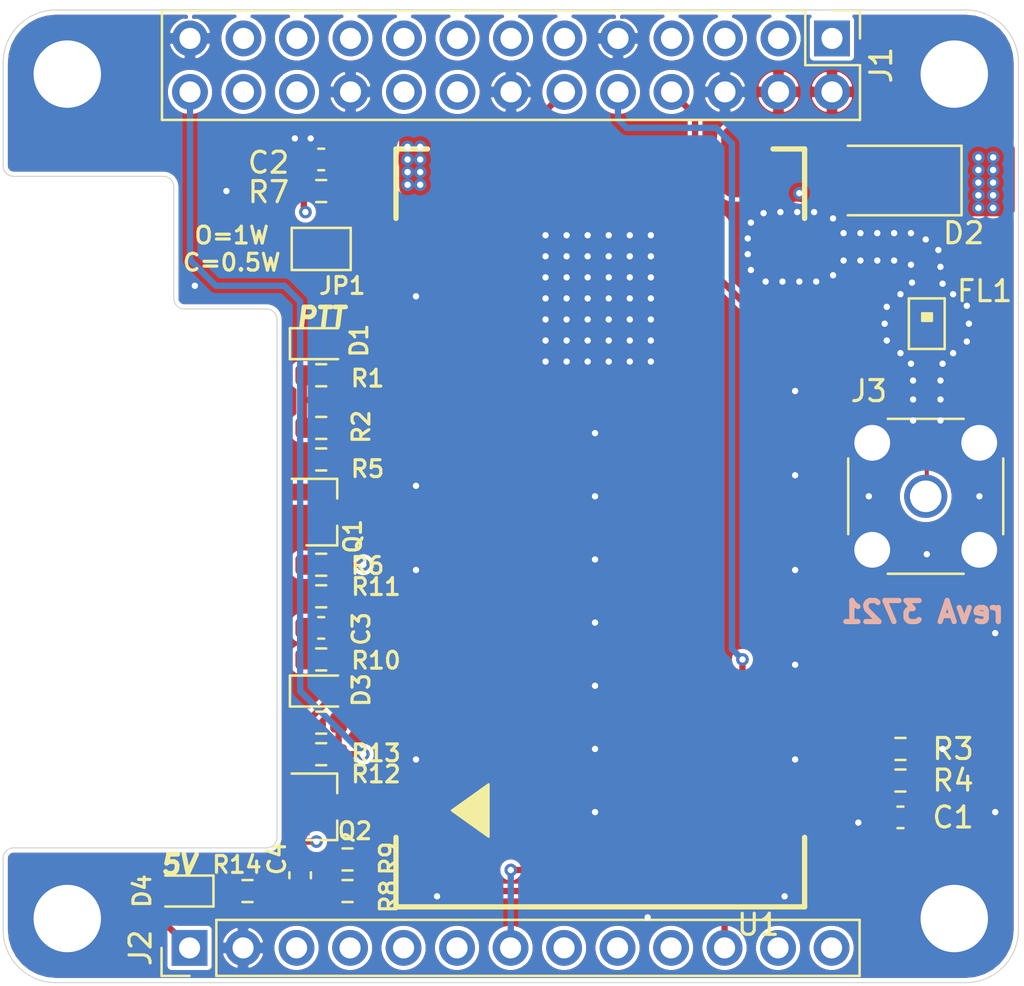
<source format=kicad_pcb>
(kicad_pcb (version 20171130) (host pcbnew "(5.1.8)-1")
  (layers (0 F.Cu signal) (1 GND.Cu power) (2 PWR.Cu power) (31 B.Cu signal) (34 B.Paste user) (35 F.Paste user) (36 B.SilkS user) (37 F.SilkS user) (38 B.Mask user) (39 F.Mask user) (44 Edge.Cuts user))
  (net 0 "")
  (net 1 LINEOUT_R)
  (net 2 "Net-(C1-Pad1)")
  (net 3 GND)
  (net 4 "Net-(C2-Pad1)")
  (net 5 "Net-(C3-Pad2)")
  (net 6 "Net-(C3-Pad1)")
  (net 7 +3V3)
  (net 8 "Net-(D1-Pad2)")
  (net 9 +5V)
  (net 10 "Net-(D3-Pad2)")
  (net 11 "Net-(D4-Pad1)")
  (net 12 GPIO_10)
  (net 13 /GPIO_13)
  (net 14 /GPIO_14)
  (net 15 /GPIO_2)
  (net 16 /GPIO_16)
  (net 17 /GPIO_15)
  (net 18 /GPIO_18)
  (net 19 /GPIO_19)
  (net 20 /GPIO_3)
  (net 21 /GPIO_0)
  (net 22 GPIO_7)
  (net 23 /GPIO_1)
  (net 24 UART_RX)
  (net 25 UART_TX)
  (net 26 /GPIO_6)
  (net 27 /GPIO_11)
  (net 28 /GPIO_12)
  (net 29 /CIR_RX)
  (net 30 /MIC1N)
  (net 31 MIC1P)
  (net 32 /MIC_BIAS)
  (net 33 /TV_OUT)
  (net 34 /LINEOUT_L)
  (net 35 /USB_DP3)
  (net 36 /USB_DM3)
  (net 37 /USB_DP2)
  (net 38 /USB_DM2)
  (net 39 "Net-(JP1-Pad1)")
  (net 40 "Net-(Q1-Pad1)")
  (net 41 "Net-(R4-Pad1)")
  (net 42 "Net-(Q1-Pad3)")
  (net 43 "Net-(R7-Pad2)")
  (net 44 "Net-(Q2-Pad1)")
  (net 45 "Net-(R8-Pad1)")
  (net 46 "Net-(FL1-Pad6)")
  (net 47 "Net-(FL1-Pad2)")
  (net 48 /RF_OUT)
  (net 49 /ANT)
  (module Voltlog:voltlog_mask_3mm (layer F.Cu) (at 202.5 62.5)
    (fp_text reference V1 hide)
    (fp_text value VOLTLOG_LOGO hide)
  )
  (module Voltlog:SA818 (layer F.Cu) (at 187.25 58.5 270)
    (fp_text reference U1 (at 18.85 -7.5) (layer F.SilkS))
    (fp_text value SA818)
    (pad 19 smd rect (at -10.9 0.1) (size 7 8) (layers F.Cu F.Mask) (net 3 GND))
    (pad 8 smd roundrect (at -17.4 6.84) (size 2.2 3.4) (layers F.Cu F.Paste F.Mask) (net 4 "Net-(C2-Pad1)"))
    (pad 9 smd roundrect (at -17.4 2.24) (size 2.2 3.4) (layers F.Cu F.Paste F.Mask) (net 3 GND))
    (pad 10 smd roundrect (at -17.4 -2.24) (size 2.2 3.4) (layers F.Cu F.Paste F.Mask) (net 3 GND))
    (pad 11 smd roundrect (at -17.4 -6.84) (size 2.2 3.4) (layers F.Cu F.Paste F.Mask))
    (pad 1 smd roundrect (at 13.35 9.1 270) (size 2.2 3.4) (layers F.Cu F.Paste F.Mask) (net 45 "Net-(R8-Pad1)"))
    (pad 2 smd roundrect (at 8.9 9.1 270) (size 2.2 3.4) (layers F.Cu F.Paste F.Mask))
    (pad 3 smd roundrect (at 4.45 9.1 270) (size 2.2 3.4) (layers F.Cu F.Paste F.Mask) (net 5 "Net-(C3-Pad2)"))
    (pad 4 smd roundrect (at 0 9.2 270) (size 2.2 3.4) (layers F.Cu F.Paste F.Mask))
    (pad 5 smd roundrect (at -4.45 9.1 270) (size 2.2 3.4) (layers F.Cu F.Paste F.Mask) (net 42 "Net-(Q1-Pad3)"))
    (pad 6 smd roundrect (at -8.9 9.1 270) (size 2.2 3.4) (layers F.Cu F.Paste F.Mask) (net 43 "Net-(R7-Pad2)"))
    (pad 7 smd roundrect (at -13.35 9.1 270) (size 2.2 3.4) (layers F.Cu F.Paste F.Mask) (net 39 "Net-(JP1-Pad1)"))
    (pad 12 smd roundrect (at -13.35 -9.2 270) (size 2.2 3.4) (layers F.Cu F.Paste F.Mask) (net 48 /RF_OUT))
    (pad 13 smd roundrect (at -8.9 -9.2 270) (size 2.2 3.4) (layers F.Cu F.Paste F.Mask))
    (pad 14 smd roundrect (at -4.45 -9.2 270) (size 2.2 3.4) (layers F.Cu F.Paste F.Mask))
    (pad 18 smd roundrect (at 13.35 -9.2 270) (size 2.2 3.4) (layers F.Cu F.Paste F.Mask) (net 41 "Net-(R4-Pad1)"))
    (pad 17 smd roundrect (at 8.9 -9.2 270) (size 2.2 3.4) (layers F.Cu F.Paste F.Mask) (net 24 UART_RX))
    (pad 16 smd roundrect (at 4.45 -9.2 270) (size 2.2 3.4) (layers F.Cu F.Paste F.Mask) (net 25 UART_TX))
    (pad 15 smd roundrect (at 0 -9.2 270) (size 2.2 3.4) (layers F.Cu F.Paste F.Mask))
  )
  (module Package_TO_SOT_SMD:SOT-23 (layer F.Cu) (at 174 71.75)
    (fp_text reference Q2 (at 1.6 1.15 180) (layer F.SilkS) (effects (font (size 0.8 0.8))))
    (fp_text value Q_PNP_BEC)
    (pad 3 smd rect (at 1 0) (size 0.9 0.8) (layers F.Cu F.Paste F.Mask) (net 12 GPIO_10))
    (pad 2 smd rect (at -1 0.95) (size 0.9 0.8) (layers F.Cu F.Paste F.Mask) (net 7 +3V3))
    (pad 1 smd rect (at -1 -0.95) (size 0.9 0.8) (layers F.Cu F.Paste F.Mask) (net 44 "Net-(Q2-Pad1)"))
  )
  (module Package_TO_SOT_SMD:SOT-23 (layer F.Cu) (at 174 57.75)
    (fp_text reference Q1 (at 1.5 1.15 270) (layer F.SilkS) (effects (font (size 0.8 0.8))))
    (fp_text value Q_NPN_BEC)
    (pad 3 smd rect (at 1 0) (size 0.9 0.8) (layers F.Cu F.Paste F.Mask) (net 42 "Net-(Q1-Pad3)"))
    (pad 2 smd rect (at -1 0.95) (size 0.9 0.8) (layers F.Cu F.Paste F.Mask) (net 3 GND))
    (pad 1 smd rect (at -1 -0.95) (size 0.9 0.8) (layers F.Cu F.Paste F.Mask) (net 40 "Net-(Q1-Pad1)"))
  )
  (module Voltlog:0500LP15A500 (layer F.Cu) (at 202.75 48.8 90)
    (fp_text reference FL1 (at 1.55 2.75 180) (layer F.SilkS))
    (fp_text value 0500LP15A500E)
    (pad 8 smd rect (at 1.15 0 180) (size 0.35 1) (layers F.Cu F.Paste F.Mask) (net 48 /RF_OUT))
    (pad 4 smd rect (at -1.15 0 180) (size 0.35 1) (layers F.Cu F.Paste F.Mask) (net 49 /ANT))
    (pad 5 smd rect (at -0.65 0.9 90) (size 0.35 1) (layers F.Cu F.Paste F.Mask) (net 3 GND))
    (pad 3 smd rect (at -0.65 -0.9 90) (size 0.35 1) (layers F.Cu F.Paste F.Mask) (net 3 GND))
    (pad 7 smd rect (at 0.65 0.9 90) (size 0.35 1) (layers F.Cu F.Paste F.Mask) (net 3 GND))
    (pad 1 smd rect (at 0.65 -0.9 90) (size 0.35 1) (layers F.Cu F.Paste F.Mask) (net 3 GND))
    (pad 6 smd rect (at 0 0.9 90) (size 0.35 1) (layers F.Cu F.Paste F.Mask) (net 46 "Net-(FL1-Pad6)"))
    (pad 2 smd rect (at 0 -0.9 90) (size 0.35 1) (layers F.Cu F.Paste F.Mask) (net 47 "Net-(FL1-Pad2)"))
  )
  (module MountingHole:MountingHole_3.2mm_M3_ISO14580_Pad (layer F.Cu) (at 204.055501 36.944588)
    (fp_text reference H4 hide)
    (fp_text value MountHole)
    (pad 1 thru_hole circle (at 0 0) (size 5.5 5.5) (drill 3.2) (layers *.Cu *.Mask) (net 3 GND))
  )
  (module MountingHole:MountingHole_3.2mm_M3_ISO14580_Pad (layer F.Cu) (at 204.055501 77.055505)
    (fp_text reference H3 hide)
    (fp_text value MountHole)
    (pad 1 thru_hole circle (at 0 0) (size 5.5 5.5) (drill 3.2) (layers *.Cu *.Mask) (net 3 GND))
  )
  (module MountingHole:MountingHole_3.2mm_M3_ISO14580_Pad (layer F.Cu) (at 161.944587 36.944588)
    (fp_text reference H2 hide)
    (fp_text value MountHole)
    (pad 1 thru_hole circle (at 0 0) (size 5.5 5.5) (drill 3.2) (layers *.Cu *.Mask) (net 3 GND))
  )
  (module MountingHole:MountingHole_3.2mm_M3_ISO14580_Pad (layer F.Cu) (at 161.944587 77.055505)
    (fp_text reference H1 hide)
    (fp_text value MountHole)
    (pad 1 thru_hole circle (at 0 0) (size 5.5 5.5) (drill 3.2) (layers *.Cu *.Mask) (net 3 GND))
  )
  (module Connector_Coaxial:SMA_Amphenol_132134_Vertical (layer F.Cu) (at 202.7 57)
    (fp_text reference J3 (at -2.7 -5) (layer F.SilkS))
    (fp_text value Conn_Coaxial)
    (pad 2 thru_hole circle (at -2.54 2.54) (size 2.25 2.25) (drill 1.7) (layers *.Cu *.Mask) (net 3 GND))
    (pad 2 thru_hole circle (at -2.54 -2.54) (size 2.25 2.25) (drill 1.7) (layers *.Cu *.Mask) (net 3 GND))
    (pad 2 thru_hole circle (at 2.54 -2.54) (size 2.25 2.25) (drill 1.7) (layers *.Cu *.Mask) (net 3 GND))
    (pad 2 thru_hole circle (at 2.54 2.54) (size 2.25 2.25) (drill 1.7) (layers *.Cu *.Mask) (net 3 GND))
    (pad 1 thru_hole circle (at 0 0) (size 2.05 2.05) (drill 1.5) (layers *.Cu *.Mask) (net 49 /ANT))
  )
  (module Fiducial:Fiducial_0.5mm_Mask1mm (layer F.Cu) (at 165 40.25)
    (fp_text reference FID3 hide)
    (fp_text value Fiducial)
    (pad "" smd circle (at 0 0) (size 0.5 0.5) (layers F.Cu F.Mask) (clearance 0.25))
  )
  (module Fiducial:Fiducial_0.5mm_Mask1mm (layer F.Cu) (at 200.85 34.85)
    (fp_text reference FID2 hide)
    (fp_text value Fiducial)
    (pad "" smd circle (at 0 0) (size 0.5 0.5) (layers F.Cu F.Mask) (clearance 0.25))
  )
  (module Fiducial:Fiducial_0.5mm_Mask1mm (layer F.Cu) (at 200 75.75)
    (fp_text reference FID1 hide)
    (fp_text value Fiducial)
    (pad "" smd circle (at 0 0) (size 0.5 0.5) (layers F.Cu F.Mask) (clearance 0.25))
  )
  (module Connector_PinHeader_2.54mm:PinHeader_2x13_P2.54mm_Vertical (layer F.Cu) (at 198.25 35.25 270)
    (fp_text reference J1 (at 1.27 -2.33 90) (layer F.SilkS))
    (fp_text value Conn_02x13_Odd_Even)
    (pad 26 thru_hole oval (at 2.54 30.48 270) (size 1.7 1.7) (drill 1) (layers *.Cu *.Mask) (net 12 GPIO_10))
    (pad 25 thru_hole oval (at 0 30.48 270) (size 1.7 1.7) (drill 1) (layers *.Cu *.Mask) (net 3 GND))
    (pad 24 thru_hole oval (at 2.54 27.94 270) (size 1.7 1.7) (drill 1) (layers *.Cu *.Mask) (net 13 /GPIO_13))
    (pad 23 thru_hole oval (at 0 27.94 270) (size 1.7 1.7) (drill 1) (layers *.Cu *.Mask) (net 14 /GPIO_14))
    (pad 22 thru_hole oval (at 2.54 25.4 270) (size 1.7 1.7) (drill 1) (layers *.Cu *.Mask) (net 15 /GPIO_2))
    (pad 21 thru_hole oval (at 0 25.4 270) (size 1.7 1.7) (drill 1) (layers *.Cu *.Mask) (net 16 /GPIO_16))
    (pad 20 thru_hole oval (at 2.54 22.86 270) (size 1.7 1.7) (drill 1) (layers *.Cu *.Mask) (net 3 GND))
    (pad 19 thru_hole oval (at 0 22.86 270) (size 1.7 1.7) (drill 1) (layers *.Cu *.Mask) (net 17 /GPIO_15))
    (pad 18 thru_hole oval (at 2.54 20.32 270) (size 1.7 1.7) (drill 1) (layers *.Cu *.Mask) (net 18 /GPIO_18))
    (pad 17 thru_hole oval (at 0 20.32 270) (size 1.7 1.7) (drill 1) (layers *.Cu *.Mask) (net 7 +3V3))
    (pad 16 thru_hole oval (at 2.54 17.78 270) (size 1.7 1.7) (drill 1) (layers *.Cu *.Mask) (net 19 /GPIO_19))
    (pad 15 thru_hole oval (at 0 17.78 270) (size 1.7 1.7) (drill 1) (layers *.Cu *.Mask) (net 20 /GPIO_3))
    (pad 14 thru_hole oval (at 2.54 15.24 270) (size 1.7 1.7) (drill 1) (layers *.Cu *.Mask) (net 3 GND))
    (pad 13 thru_hole oval (at 0 15.24 270) (size 1.7 1.7) (drill 1) (layers *.Cu *.Mask) (net 21 /GPIO_0))
    (pad 12 thru_hole oval (at 2.54 12.7 270) (size 1.7 1.7) (drill 1) (layers *.Cu *.Mask) (net 22 GPIO_7))
    (pad 11 thru_hole oval (at 0 12.7 270) (size 1.7 1.7) (drill 1) (layers *.Cu *.Mask) (net 23 /GPIO_1))
    (pad 10 thru_hole oval (at 2.54 10.16 270) (size 1.7 1.7) (drill 1) (layers *.Cu *.Mask) (net 24 UART_RX))
    (pad 9 thru_hole oval (at 0 10.16 270) (size 1.7 1.7) (drill 1) (layers *.Cu *.Mask) (net 3 GND))
    (pad 8 thru_hole oval (at 2.54 7.62 270) (size 1.7 1.7) (drill 1) (layers *.Cu *.Mask) (net 25 UART_TX))
    (pad 7 thru_hole oval (at 0 7.62 270) (size 1.7 1.7) (drill 1) (layers *.Cu *.Mask) (net 26 /GPIO_6))
    (pad 6 thru_hole oval (at 2.54 5.08 270) (size 1.7 1.7) (drill 1) (layers *.Cu *.Mask) (net 3 GND))
    (pad 5 thru_hole oval (at 0 5.08 270) (size 1.7 1.7) (drill 1) (layers *.Cu *.Mask) (net 27 /GPIO_11))
    (pad 4 thru_hole oval (at 2.54 2.54 270) (size 1.7 1.7) (drill 1) (layers *.Cu *.Mask) (net 9 +5V))
    (pad 3 thru_hole oval (at 0 2.54 270) (size 1.7 1.7) (drill 1) (layers *.Cu *.Mask) (net 28 /GPIO_12))
    (pad 2 thru_hole oval (at 2.54 0 270) (size 1.7 1.7) (drill 1) (layers *.Cu *.Mask) (net 9 +5V))
    (pad 1 thru_hole rect (at 0 0 270) (size 1.7 1.7) (drill 1) (layers *.Cu *.Mask) (net 7 +3V3))
  )
  (module Resistor_SMD:R_0603_1608Metric (layer F.Cu) (at 170.5 75.75)
    (fp_text reference R14 (at -0.5 -1.25) (layer F.SilkS) (effects (font (size 0.8 0.8))))
    (fp_text value 470R)
    (pad 2 smd roundrect (at 0.825 0) (size 0.8 0.95) (layers F.Cu F.Paste F.Mask) (net 3 GND))
    (pad 1 smd roundrect (at -0.825 0) (size 0.8 0.95) (layers F.Cu F.Paste F.Mask) (net 11 "Net-(D4-Pad1)"))
  )
  (module Resistor_SMD:R_0603_1608Metric (layer F.Cu) (at 174 67.75 180)
    (fp_text reference R13 (at -2.6 -1.45) (layer F.SilkS) (effects (font (size 0.8 0.8))))
    (fp_text value 330R)
    (pad 2 smd roundrect (at 0.825 0 180) (size 0.8 0.95) (layers F.Cu F.Paste F.Mask) (net 10 "Net-(D3-Pad2)"))
    (pad 1 smd roundrect (at -0.825 0 180) (size 0.8 0.95) (layers F.Cu F.Paste F.Mask) (net 12 GPIO_10))
  )
  (module Resistor_SMD:R_0603_1608Metric (layer F.Cu) (at 174 69.25 180)
    (fp_text reference R12 (at -2.6 -0.95) (layer F.SilkS) (effects (font (size 0.8 0.8))))
    (fp_text value 10K)
    (pad 2 smd roundrect (at 0.825 0 180) (size 0.8 0.95) (layers F.Cu F.Paste F.Mask) (net 3 GND))
    (pad 1 smd roundrect (at -0.825 0 180) (size 0.8 0.95) (layers F.Cu F.Paste F.Mask) (net 12 GPIO_10))
  )
  (module Resistor_SMD:R_0603_1608Metric (layer F.Cu) (at 174 61.75 180)
    (fp_text reference R11 (at -2.6 0.45 180) (layer F.SilkS) (effects (font (size 0.8 0.8))))
    (fp_text value 1K)
    (pad 2 smd roundrect (at 0.825 0 180) (size 0.8 0.95) (layers F.Cu F.Paste F.Mask) (net 3 GND))
    (pad 1 smd roundrect (at -0.825 0 180) (size 0.8 0.95) (layers F.Cu F.Paste F.Mask) (net 5 "Net-(C3-Pad2)"))
  )
  (module Resistor_SMD:R_0603_1608Metric (layer F.Cu) (at 174 64.75 180)
    (fp_text reference R10 (at -2.6 -0.05) (layer F.SilkS) (effects (font (size 0.8 0.8))))
    (fp_text value 2K2)
    (pad 2 smd roundrect (at 0.825 0 180) (size 0.8 0.95) (layers F.Cu F.Paste F.Mask) (net 6 "Net-(C3-Pad1)"))
    (pad 1 smd roundrect (at -0.825 0 180) (size 0.8 0.95) (layers F.Cu F.Paste F.Mask) (net 31 MIC1P))
  )
  (module Resistor_SMD:R_0603_1608Metric (layer F.Cu) (at 175.25 74.25)
    (fp_text reference R9 (at 1.95 -0.05 90) (layer F.SilkS) (effects (font (size 0.8 0.8))))
    (fp_text value 47K)
    (pad 2 smd roundrect (at 0.825 0) (size 0.8 0.95) (layers F.Cu F.Paste F.Mask) (net 12 GPIO_10))
    (pad 1 smd roundrect (at -0.825 0) (size 0.8 0.95) (layers F.Cu F.Paste F.Mask) (net 44 "Net-(Q2-Pad1)"))
  )
  (module Resistor_SMD:R_0603_1608Metric (layer F.Cu) (at 175.25 75.75 180)
    (fp_text reference R8 (at -1.95 -0.25 90) (layer F.SilkS) (effects (font (size 0.8 0.8))))
    (fp_text value 2K2)
    (pad 2 smd roundrect (at 0.825 0 180) (size 0.8 0.95) (layers F.Cu F.Paste F.Mask) (net 44 "Net-(Q2-Pad1)"))
    (pad 1 smd roundrect (at -0.825 0 180) (size 0.8 0.95) (layers F.Cu F.Paste F.Mask) (net 45 "Net-(R8-Pad1)"))
  )
  (module Resistor_SMD:R_0603_1608Metric (layer F.Cu) (at 174 42.5)
    (fp_text reference R7 (at -2.5 0.05) (layer F.SilkS))
    (fp_text value 10K)
    (pad 2 smd roundrect (at 0.825 0) (size 0.8 0.95) (layers F.Cu F.Paste F.Mask) (net 43 "Net-(R7-Pad2)"))
    (pad 1 smd roundrect (at -0.825 0) (size 0.8 0.95) (layers F.Cu F.Paste F.Mask) (net 9 +5V))
  )
  (module Resistor_SMD:R_0603_1608Metric (layer F.Cu) (at 174 60.25 180)
    (fp_text reference R6 (at -2.2 -0.05 180) (layer F.SilkS) (effects (font (size 0.8 0.8))))
    (fp_text value 4K7)
    (pad 2 smd roundrect (at 0.825 0 180) (size 0.8 0.95) (layers F.Cu F.Paste F.Mask) (net 42 "Net-(Q1-Pad3)"))
    (pad 1 smd roundrect (at -0.825 0 180) (size 0.8 0.95) (layers F.Cu F.Paste F.Mask) (net 9 +5V))
  )
  (module Resistor_SMD:R_0603_1608Metric (layer F.Cu) (at 174 55.25)
    (fp_text reference R5 (at 2.2 0.45 180) (layer F.SilkS) (effects (font (size 0.8 0.8))))
    (fp_text value 47K)
    (pad 2 smd roundrect (at 0.825 0) (size 0.8 0.95) (layers F.Cu F.Paste F.Mask) (net 40 "Net-(Q1-Pad1)"))
    (pad 1 smd roundrect (at -0.825 0) (size 0.8 0.95) (layers F.Cu F.Paste F.Mask) (net 3 GND))
  )
  (module Resistor_SMD:R_0603_1608Metric (layer F.Cu) (at 201.5 70.5)
    (fp_text reference R4 (at 2.5 0) (layer F.SilkS))
    (fp_text value 10K)
    (pad 2 smd roundrect (at 0.825 0) (size 0.8 0.95) (layers F.Cu F.Paste F.Mask) (net 2 "Net-(C1-Pad1)"))
    (pad 1 smd roundrect (at -0.825 0) (size 0.8 0.95) (layers F.Cu F.Paste F.Mask) (net 41 "Net-(R4-Pad1)"))
  )
  (module Resistor_SMD:R_0603_1608Metric (layer F.Cu) (at 201.5 69)
    (fp_text reference R3 (at 2.5 0) (layer F.SilkS))
    (fp_text value 1K)
    (pad 2 smd roundrect (at 0.825 0) (size 0.8 0.95) (layers F.Cu F.Paste F.Mask) (net 3 GND))
    (pad 1 smd roundrect (at -0.825 0) (size 0.8 0.95) (layers F.Cu F.Paste F.Mask) (net 2 "Net-(C1-Pad1)"))
  )
  (module Resistor_SMD:R_0603_1608Metric (layer F.Cu) (at 174 53.75 180)
    (fp_text reference R2 (at -1.9 0.05 90) (layer F.SilkS) (effects (font (size 0.8 0.8))))
    (fp_text value 2K2)
    (pad 2 smd roundrect (at 0.825 0 180) (size 0.8 0.95) (layers F.Cu F.Paste F.Mask) (net 22 GPIO_7))
    (pad 1 smd roundrect (at -0.825 0 180) (size 0.8 0.95) (layers F.Cu F.Paste F.Mask) (net 40 "Net-(Q1-Pad1)"))
  )
  (module Resistor_SMD:R_0603_1608Metric (layer F.Cu) (at 174 51.25)
    (fp_text reference R1 (at 2.2 0.15 180) (layer F.SilkS) (effects (font (size 0.8 0.8))))
    (fp_text value 330R)
    (pad 2 smd roundrect (at 0.825 0) (size 0.8 0.95) (layers F.Cu F.Paste F.Mask) (net 8 "Net-(D1-Pad2)"))
    (pad 1 smd roundrect (at -0.825 0) (size 0.8 0.95) (layers F.Cu F.Paste F.Mask) (net 22 GPIO_7))
  )
  (module Jumper:SolderJumper-2_P1.3mm_Open_TrianglePad1.0x1.5mm (layer F.Cu) (at 174 45.25 180)
    (fp_text reference JP1 (at -1 -1.75) (layer F.SilkS) (effects (font (size 0.8 0.8))))
    (fp_text value SolderJumper)
    (pad 1 smd custom (at -0.725 0 180) (size 0.3 0.3) (layers F.Cu F.Mask) (net 39 "Net-(JP1-Pad1)") (options (clearance outline) (anchor rect)) (primitives (gr_poly (pts (xy -0.5 -0.75) (xy 0.5 -0.75) (xy 1 0) (xy 0.5 0.75) (xy -0.5 0.75)) (width 0))))
    (pad 2 smd custom (at 0.725 0 180) (size 0.3 0.3) (layers F.Cu F.Mask) (net 3 GND) (options (clearance outline) (anchor rect)) (primitives (gr_poly (pts (xy -0.65 -0.75) (xy 0.5 -0.75) (xy 0.5 0.75) (xy -0.65 0.75) (xy -0.15 0)) (width 0))))
  )
  (module Connector_PinHeader_2.54mm:PinHeader_1x13_P2.54mm_Vertical (layer F.Cu) (at 167.75 78.45 90)
    (fp_text reference J2 (at 0 -2.33 90) (layer F.SilkS))
    (fp_text value Conn_01x13)
    (pad 13 thru_hole oval (at 0 30.48 90) (size 1.7 1.7) (drill 1) (layers *.Cu *.Mask) (net 29 /CIR_RX))
    (pad 12 thru_hole oval (at 0 27.94 90) (size 1.7 1.7) (drill 1) (layers *.Cu *.Mask) (net 30 /MIC1N))
    (pad 11 thru_hole oval (at 0 25.4 90) (size 1.7 1.7) (drill 1) (layers *.Cu *.Mask) (net 31 MIC1P))
    (pad 10 thru_hole oval (at 0 22.86 90) (size 1.7 1.7) (drill 1) (layers *.Cu *.Mask) (net 32 /MIC_BIAS))
    (pad 9 thru_hole oval (at 0 20.32 90) (size 1.7 1.7) (drill 1) (layers *.Cu *.Mask) (net 33 /TV_OUT))
    (pad 8 thru_hole oval (at 0 17.78 90) (size 1.7 1.7) (drill 1) (layers *.Cu *.Mask) (net 34 /LINEOUT_L))
    (pad 7 thru_hole oval (at 0 15.24 90) (size 1.7 1.7) (drill 1) (layers *.Cu *.Mask) (net 1 LINEOUT_R))
    (pad 6 thru_hole oval (at 0 12.7 90) (size 1.7 1.7) (drill 1) (layers *.Cu *.Mask) (net 35 /USB_DP3))
    (pad 5 thru_hole oval (at 0 10.16 90) (size 1.7 1.7) (drill 1) (layers *.Cu *.Mask) (net 36 /USB_DM3))
    (pad 4 thru_hole oval (at 0 7.62 90) (size 1.7 1.7) (drill 1) (layers *.Cu *.Mask) (net 37 /USB_DP2))
    (pad 3 thru_hole oval (at 0 5.08 90) (size 1.7 1.7) (drill 1) (layers *.Cu *.Mask) (net 38 /USB_DM2))
    (pad 2 thru_hole oval (at 0 2.54 90) (size 1.7 1.7) (drill 1) (layers *.Cu *.Mask) (net 3 GND))
    (pad 1 thru_hole rect (at 0 0 90) (size 1.7 1.7) (drill 1) (layers *.Cu *.Mask) (net 9 +5V))
  )
  (module LED_SMD:LED_0603_1608Metric (layer F.Cu) (at 167.4 75.75 180)
    (fp_text reference D4 (at 1.9 0 90) (layer F.SilkS) (effects (font (size 0.8 0.8))))
    (fp_text value 5V)
    (pad 2 smd roundrect (at 0.7875 0 180) (size 0.875 0.95) (layers F.Cu F.Paste F.Mask) (net 9 +5V))
    (pad 1 smd roundrect (at -0.7875 0 180) (size 0.875 0.95) (layers F.Cu F.Paste F.Mask) (net 11 "Net-(D4-Pad1)"))
  )
  (module LED_SMD:LED_0603_1608Metric (layer F.Cu) (at 174 66.25)
    (fp_text reference D3 (at 1.9 -0.05 90) (layer F.SilkS) (effects (font (size 0.8 0.8))))
    (fp_text value SQL)
    (pad 2 smd roundrect (at 0.7875 0) (size 0.875 0.95) (layers F.Cu F.Paste F.Mask) (net 10 "Net-(D3-Pad2)"))
    (pad 1 smd roundrect (at -0.7875 0) (size 0.875 0.95) (layers F.Cu F.Paste F.Mask) (net 3 GND))
  )
  (module Diode_SMD:D_SMA (layer F.Cu) (at 201 42 180)
    (fp_text reference D2 (at -3.5 -2.5) (layer F.SilkS))
    (fp_text value 1N4001)
    (pad 2 smd rect (at 2 0 180) (size 2.5 1.8) (layers F.Cu F.Paste F.Mask) (net 9 +5V))
    (pad 1 smd rect (at -2 0 180) (size 2.5 1.8) (layers F.Cu F.Paste F.Mask) (net 4 "Net-(C2-Pad1)"))
  )
  (module LED_SMD:LED_0603_1608Metric (layer F.Cu) (at 174 49.75)
    (fp_text reference D1 (at 1.8 -0.15 90) (layer F.SilkS) (effects (font (size 0.8 0.8))))
    (fp_text value PTT)
    (pad 2 smd roundrect (at 0.7875 0) (size 0.875 0.95) (layers F.Cu F.Paste F.Mask) (net 8 "Net-(D1-Pad2)"))
    (pad 1 smd roundrect (at -0.7875 0) (size 0.875 0.95) (layers F.Cu F.Paste F.Mask) (net 3 GND))
  )
  (module Capacitor_SMD:C_0603_1608Metric (layer F.Cu) (at 173 75 270)
    (fp_text reference C4 (at -0.8 1.1 90) (layer F.SilkS) (effects (font (size 0.8 0.8))))
    (fp_text value 0,1uF)
    (pad 2 smd roundrect (at 0.775 0 270) (size 0.9 0.95) (layers F.Cu F.Paste F.Mask) (net 3 GND))
    (pad 1 smd roundrect (at -0.775 0 270) (size 0.9 0.95) (layers F.Cu F.Paste F.Mask) (net 7 +3V3))
  )
  (module Capacitor_SMD:C_0603_1608Metric (layer F.Cu) (at 174 63.25)
    (fp_text reference C3 (at 1.9 0.05 90) (layer F.SilkS) (effects (font (size 0.8 0.8))))
    (fp_text value 470nF)
    (pad 2 smd roundrect (at 0.775 0) (size 0.9 0.95) (layers F.Cu F.Paste F.Mask) (net 5 "Net-(C3-Pad2)"))
    (pad 1 smd roundrect (at -0.775 0) (size 0.9 0.95) (layers F.Cu F.Paste F.Mask) (net 6 "Net-(C3-Pad1)"))
  )
  (module Capacitor_SMD:C_0603_1608Metric (layer F.Cu) (at 174 41 180)
    (fp_text reference C2 (at 2.5 -0.15) (layer F.SilkS))
    (fp_text value 0,1uF)
    (pad 2 smd roundrect (at 0.775 0 180) (size 0.9 0.95) (layers F.Cu F.Paste F.Mask) (net 3 GND))
    (pad 1 smd roundrect (at -0.775 0 180) (size 0.9 0.95) (layers F.Cu F.Paste F.Mask) (net 4 "Net-(C2-Pad1)"))
  )
  (module Capacitor_SMD:C_0603_1608Metric (layer F.Cu) (at 201.5 72.25 180)
    (fp_text reference C1 (at -2.5 0) (layer F.SilkS))
    (fp_text value 470nF)
    (pad 2 smd roundrect (at 0.775 0 180) (size 0.9 0.95) (layers F.Cu F.Paste F.Mask) (net 1 LINEOUT_R))
    (pad 1 smd roundrect (at -0.775 0 180) (size 0.9 0.95) (layers F.Cu F.Paste F.Mask) (net 2 "Net-(C1-Pad1)"))
  )
  (gr_text "revA 3721" (at 202.55 62.5) (layer B.SilkS) (effects (font (size 1 1) (thickness 0.25)) (justify mirror)))
  (gr_text PTT (at 174 48.5) (layer F.SilkS) (effects (font (size 0.9 0.9) (thickness 0.225) italic)))
  (gr_text 5V (at 167.25 74.5) (layer F.SilkS) (effects (font (size 0.9 0.9) (thickness 0.225) italic)))
  (gr_text "O=1W\nC=0.5W" (at 169.75 45.25) (layer F.SilkS) (effects (font (size 0.8 0.8))))
  (gr_arc (start 159.4 74.2) (end 159.4 73.7) (angle -90) (layer Edge.Cuts) (width 0.05))
  (gr_arc (start 171.4 73.2) (end 171.4 73.7) (angle -90) (layer Edge.Cuts) (width 0.05))
  (gr_arc (start 171.4 48.6) (end 171.9 48.6) (angle -90) (layer Edge.Cuts) (width 0.05))
  (gr_arc (start 167.5 47.6) (end 167 47.6) (angle -90) (layer Edge.Cuts) (width 0.05))
  (gr_arc (start 166.5 42.3) (end 167 42.3) (angle -90) (layer Edge.Cuts) (width 0.05))
  (gr_arc (start 159.4 41.3) (end 158.9 41.3) (angle -90) (layer Edge.Cuts) (width 0.05))
  (gr_line (start 158.9 41.3) (end 158.9 36.4) (layer Edge.Cuts) (width 0.05))
  (gr_line (start 158.9 74.2) (end 158.9 77.6) (layer Edge.Cuts) (width 0.05))
  (gr_line (start 171.4 73.7) (end 159.4 73.7) (layer Edge.Cuts) (width 0.05))
  (gr_line (start 171.9 72) (end 171.9 73.2) (layer Edge.Cuts) (width 0.05))
  (gr_line (start 171.9 65.4) (end 171.9 72) (layer Edge.Cuts) (width 0.05))
  (gr_line (start 171.9 48.6) (end 171.9 65.4) (layer Edge.Cuts) (width 0.05))
  (gr_line (start 167.5 48.1) (end 171.4 48.1) (layer Edge.Cuts) (width 0.05))
  (gr_line (start 167 42.3) (end 167 47.6) (layer Edge.Cuts) (width 0.05))
  (gr_line (start 159.4 41.8) (end 166.5 41.8) (layer Edge.Cuts) (width 0.05))
  (gr_arc (start 161.4 36.4) (end 161.4 33.9) (angle -90) (layer Edge.Cuts) (width 0.05))
  (gr_arc (start 161.4 77.6) (end 158.9 77.6) (angle -90) (layer Edge.Cuts) (width 0.05))
  (gr_arc (start 204.6 77.6) (end 204.6 80.1) (angle -90) (layer Edge.Cuts) (width 0.05))
  (gr_arc (start 204.6 36.4) (end 207.1 36.4) (angle -90) (layer Edge.Cuts) (width 0.05))
  (gr_line (start 204.6 33.9) (end 161.4 33.9) (layer Edge.Cuts) (width 0.05))
  (gr_line (start 207.1 77.6) (end 207.1 36.4) (layer Edge.Cuts) (width 0.05))
  (gr_line (start 161.4 80.1) (end 204.6 80.1) (layer Edge.Cuts) (width 0.05))
  (segment (start 200.725 73.025) (end 199 74.75) (width 0.3) (layer F.Cu) (net 1))
  (via (at 183 74.75) (size 0.6) (drill 0.3) (layers F.Cu B.Cu) (net 1))
  (segment (start 199 74.75) (end 183 74.75) (width 0.3) (layer F.Cu) (net 1))
  (segment (start 183 78.44) (end 182.99 78.45) (width 0.3) (layer B.Cu) (net 1))
  (segment (start 183 74.75) (end 183 78.44) (width 0.3) (layer B.Cu) (net 1))
  (segment (start 200.725 72.25) (end 200.725 73.025) (width 0.3) (layer F.Cu) (net 1))
  (segment (start 200.825 69) (end 202.325 70.5) (width 0.3) (layer F.Cu) (net 2))
  (segment (start 200.675 69) (end 200.825 69) (width 0.3) (layer F.Cu) (net 2))
  (segment (start 202.275 70.55) (end 202.325 70.5) (width 0.3) (layer F.Cu) (net 2))
  (segment (start 202.275 72.25) (end 202.275 70.55) (width 0.3) (layer F.Cu) (net 2))
  (via (at 184.65 45.6) (size 0.6) (drill 0.3) (layers F.Cu B.Cu) (net 3))
  (via (at 185.65 45.6) (size 0.6) (drill 0.3) (layers F.Cu B.Cu) (net 3))
  (via (at 186.65 45.6) (size 0.6) (drill 0.3) (layers F.Cu B.Cu) (net 3))
  (via (at 187.65 45.6) (size 0.6) (drill 0.3) (layers F.Cu B.Cu) (net 3))
  (via (at 188.65 45.6) (size 0.6) (drill 0.3) (layers F.Cu B.Cu) (net 3))
  (via (at 189.65 45.6) (size 0.6) (drill 0.3) (layers F.Cu B.Cu) (net 3))
  (via (at 189.65 44.6) (size 0.6) (drill 0.3) (layers F.Cu B.Cu) (net 3))
  (via (at 188.65 44.6) (size 0.6) (drill 0.3) (layers F.Cu B.Cu) (net 3))
  (via (at 187.65 44.6) (size 0.6) (drill 0.3) (layers F.Cu B.Cu) (net 3))
  (via (at 186.65 44.6) (size 0.6) (drill 0.3) (layers F.Cu B.Cu) (net 3))
  (via (at 185.65 44.6) (size 0.6) (drill 0.3) (layers F.Cu B.Cu) (net 3))
  (via (at 184.65 44.6) (size 0.6) (drill 0.3) (layers F.Cu B.Cu) (net 3))
  (via (at 204.65 47.95) (size 0.6) (drill 0.3) (layers F.Cu B.Cu) (net 3))
  (via (at 204.75 48.8) (size 0.6) (drill 0.3) (layers F.Cu B.Cu) (net 3))
  (via (at 204.65 49.65) (size 0.6) (drill 0.3) (layers F.Cu B.Cu) (net 3))
  (via (at 200.85 48) (size 0.6) (drill 0.3) (layers F.Cu B.Cu) (net 3))
  (via (at 200.85 49.6) (size 0.6) (drill 0.3) (layers F.Cu B.Cu) (net 3))
  (via (at 200.75 48.8) (size 0.6) (drill 0.3) (layers F.Cu B.Cu) (net 3))
  (via (at 201.5 47.4) (size 0.6) (drill 0.3) (layers F.Cu B.Cu) (net 3))
  (via (at 201.5 50.2) (size 0.6) (drill 0.3) (layers F.Cu B.Cu) (net 3))
  (via (at 204 50.2) (size 0.6) (drill 0.3) (layers F.Cu B.Cu) (net 3))
  (via (at 204 47.4) (size 0.6) (drill 0.3) (layers F.Cu B.Cu) (net 3))
  (via (at 202.05 46.85) (size 0.6) (drill 0.3) (layers F.Cu B.Cu) (net 3))
  (via (at 203.5 46.9) (size 0.6) (drill 0.3) (layers F.Cu B.Cu) (net 3))
  (via (at 202 50.7) (size 0.6) (drill 0.3) (layers F.Cu B.Cu) (net 3))
  (via (at 203.5 50.7) (size 0.6) (drill 0.3) (layers F.Cu B.Cu) (net 3))
  (via (at 203.5 69) (size 0.6) (drill 0.3) (layers F.Cu B.Cu) (net 3))
  (segment (start 202.325 69) (end 203.5 69) (width 0.3) (layer F.Cu) (net 3))
  (via (at 189.65 46.6) (size 0.6) (drill 0.3) (layers F.Cu B.Cu) (net 3))
  (via (at 187.65 46.6) (size 0.6) (drill 0.3) (layers F.Cu B.Cu) (net 3))
  (via (at 186.65 47.6) (size 0.6) (drill 0.3) (layers F.Cu B.Cu) (net 3))
  (via (at 185.65 46.6) (size 0.6) (drill 0.3) (layers F.Cu B.Cu) (net 3))
  (via (at 186.65 46.6) (size 0.6) (drill 0.3) (layers F.Cu B.Cu) (net 3))
  (via (at 184.65 46.6) (size 0.6) (drill 0.3) (layers F.Cu B.Cu) (net 3))
  (via (at 188.65 46.6) (size 0.6) (drill 0.3) (layers F.Cu B.Cu) (net 3))
  (via (at 189.65 47.6) (size 0.6) (drill 0.3) (layers F.Cu B.Cu) (net 3))
  (via (at 188.65 47.6) (size 0.6) (drill 0.3) (layers F.Cu B.Cu) (net 3))
  (via (at 187.65 47.6) (size 0.6) (drill 0.3) (layers F.Cu B.Cu) (net 3))
  (via (at 185.65 47.6) (size 0.6) (drill 0.3) (layers F.Cu B.Cu) (net 3))
  (via (at 184.65 47.6) (size 0.6) (drill 0.3) (layers F.Cu B.Cu) (net 3))
  (via (at 185.65 49.6) (size 0.6) (drill 0.3) (layers F.Cu B.Cu) (net 3))
  (via (at 187.65 48.6) (size 0.6) (drill 0.3) (layers F.Cu B.Cu) (net 3))
  (via (at 189.65 48.6) (size 0.6) (drill 0.3) (layers F.Cu B.Cu) (net 3))
  (via (at 184.65 48.6) (size 0.6) (drill 0.3) (layers F.Cu B.Cu) (net 3))
  (via (at 186.65 49.6) (size 0.6) (drill 0.3) (layers F.Cu B.Cu) (net 3))
  (via (at 185.65 48.6) (size 0.6) (drill 0.3) (layers F.Cu B.Cu) (net 3))
  (via (at 187.65 49.6) (size 0.6) (drill 0.3) (layers F.Cu B.Cu) (net 3))
  (via (at 188.65 48.6) (size 0.6) (drill 0.3) (layers F.Cu B.Cu) (net 3))
  (via (at 186.65 48.6) (size 0.6) (drill 0.3) (layers F.Cu B.Cu) (net 3))
  (via (at 189.65 49.6) (size 0.6) (drill 0.3) (layers F.Cu B.Cu) (net 3))
  (via (at 184.65 49.6) (size 0.6) (drill 0.3) (layers F.Cu B.Cu) (net 3))
  (via (at 188.65 49.6) (size 0.6) (drill 0.3) (layers F.Cu B.Cu) (net 3))
  (via (at 187.65 50.6) (size 0.6) (drill 0.3) (layers F.Cu B.Cu) (net 3))
  (via (at 185.65 50.6) (size 0.6) (drill 0.3) (layers F.Cu B.Cu) (net 3))
  (via (at 186.65 50.6) (size 0.6) (drill 0.3) (layers F.Cu B.Cu) (net 3))
  (via (at 184.65 50.6) (size 0.6) (drill 0.3) (layers F.Cu B.Cu) (net 3))
  (via (at 188.65 50.6) (size 0.6) (drill 0.3) (layers F.Cu B.Cu) (net 3))
  (via (at 189.65 50.6) (size 0.6) (drill 0.3) (layers F.Cu B.Cu) (net 3))
  (via (at 198.8 45.8) (size 0.6) (drill 0.3) (layers F.Cu B.Cu) (net 3))
  (via (at 199.6 45.8) (size 0.6) (drill 0.3) (layers F.Cu B.Cu) (net 3))
  (via (at 200.4 45.8) (size 0.6) (drill 0.3) (layers F.Cu B.Cu) (net 3))
  (via (at 201.2 45.8) (size 0.6) (drill 0.3) (layers F.Cu B.Cu) (net 3))
  (via (at 202 46) (size 0.6) (drill 0.3) (layers F.Cu B.Cu) (net 3))
  (via (at 201.2 44.5) (size 0.6) (drill 0.3) (layers F.Cu B.Cu) (net 3))
  (via (at 199.6 44.5) (size 0.6) (drill 0.3) (layers F.Cu B.Cu) (net 3))
  (via (at 200.4 44.5) (size 0.6) (drill 0.3) (layers F.Cu B.Cu) (net 3))
  (via (at 198.8 44.5) (size 0.6) (drill 0.3) (layers F.Cu B.Cu) (net 3))
  (via (at 202 44.5) (size 0.6) (drill 0.3) (layers F.Cu B.Cu) (net 3))
  (via (at 202.7 44.8) (size 0.6) (drill 0.3) (layers F.Cu B.Cu) (net 3))
  (via (at 203.3 45.3) (size 0.6) (drill 0.3) (layers F.Cu B.Cu) (net 3))
  (via (at 203.4 46.1) (size 0.6) (drill 0.3) (layers F.Cu B.Cu) (net 3))
  (via (at 202.1 51.5) (size 0.6) (drill 0.3) (layers F.Cu B.Cu) (net 3))
  (via (at 203.4 51.5) (size 0.6) (drill 0.3) (layers F.Cu B.Cu) (net 3))
  (via (at 203.4 52.4) (size 0.6) (drill 0.3) (layers F.Cu B.Cu) (net 3))
  (via (at 202.1 52.4) (size 0.6) (drill 0.3) (layers F.Cu B.Cu) (net 3))
  (via (at 202.1 53.4) (size 0.6) (drill 0.3) (layers F.Cu B.Cu) (net 3))
  (via (at 203.4 53.4) (size 0.6) (drill 0.3) (layers F.Cu B.Cu) (net 3))
  (via (at 173.5 40) (size 0.6) (drill 0.3) (layers F.Cu B.Cu) (net 3))
  (via (at 172.75 40) (size 0.6) (drill 0.3) (layers F.Cu B.Cu) (net 3))
  (via (at 194.25 45.5) (size 0.6) (drill 0.3) (layers F.Cu B.Cu) (net 3))
  (via (at 194.25 44.75) (size 0.6) (drill 0.3) (layers F.Cu B.Cu) (net 3))
  (via (at 194.4 44) (size 0.6) (drill 0.3) (layers F.Cu B.Cu) (net 3))
  (via (at 195 43.55) (size 0.6) (drill 0.3) (layers F.Cu B.Cu) (net 3))
  (via (at 194.4 46.25) (size 0.6) (drill 0.3) (layers F.Cu B.Cu) (net 3))
  (via (at 195.8 43.5) (size 0.6) (drill 0.3) (layers F.Cu B.Cu) (net 3))
  (via (at 195.1 46.8) (size 0.6) (drill 0.3) (layers F.Cu B.Cu) (net 3))
  (via (at 195.9 46.8) (size 0.6) (drill 0.3) (layers F.Cu B.Cu) (net 3))
  (via (at 196.7 46.8) (size 0.6) (drill 0.3) (layers F.Cu B.Cu) (net 3))
  (via (at 197.5 46.8) (size 0.6) (drill 0.3) (layers F.Cu B.Cu) (net 3))
  (via (at 198.3 46.5) (size 0.6) (drill 0.3) (layers F.Cu B.Cu) (net 3))
  (via (at 196.6 43.5) (size 0.6) (drill 0.3) (layers F.Cu B.Cu) (net 3))
  (via (at 197.4 43.5) (size 0.6) (drill 0.3) (layers F.Cu B.Cu) (net 3))
  (via (at 198.3 43.8) (size 0.6) (drill 0.3) (layers F.Cu B.Cu) (net 3))
  (via (at 169.5 42.5) (size 0.6) (drill 0.3) (layers F.Cu B.Cu) (net 3))
  (via (at 168 47) (size 0.6) (drill 0.3) (layers F.Cu B.Cu) (net 3))
  (via (at 178.5 47.5) (size 0.6) (drill 0.3) (layers F.Cu B.Cu) (net 3))
  (via (at 178.5 56.5) (size 0.6) (drill 0.3) (layers F.Cu B.Cu) (net 3))
  (via (at 178.5 60.5) (size 0.6) (drill 0.3) (layers F.Cu B.Cu) (net 3))
  (via (at 178.5 69.5) (size 0.6) (drill 0.3) (layers F.Cu B.Cu) (net 3))
  (via (at 179.5 76) (size 0.6) (drill 0.3) (layers F.Cu B.Cu) (net 3))
  (via (at 189.5 77) (size 0.6) (drill 0.3) (layers F.Cu B.Cu) (net 3))
  (via (at 196 76) (size 0.6) (drill 0.3) (layers F.Cu B.Cu) (net 3))
  (via (at 199.5 72.5) (size 0.6) (drill 0.3) (layers F.Cu B.Cu) (net 3))
  (via (at 206 72) (size 0.6) (drill 0.3) (layers F.Cu B.Cu) (net 3))
  (via (at 206 63.5) (size 0.6) (drill 0.3) (layers F.Cu B.Cu) (net 3))
  (via (at 196.5 65) (size 0.6) (drill 0.3) (layers F.Cu B.Cu) (net 3))
  (via (at 196.5 69.5) (size 0.6) (drill 0.3) (layers F.Cu B.Cu) (net 3))
  (via (at 196.5 60.5) (size 0.6) (drill 0.3) (layers F.Cu B.Cu) (net 3))
  (via (at 196.5 56) (size 0.6) (drill 0.3) (layers F.Cu B.Cu) (net 3))
  (via (at 196.5 52) (size 0.6) (drill 0.3) (layers F.Cu B.Cu) (net 3))
  (via (at 187 54) (size 0.6) (drill 0.3) (layers F.Cu B.Cu) (net 3))
  (via (at 187 57) (size 0.6) (drill 0.3) (layers F.Cu B.Cu) (net 3))
  (via (at 187 60) (size 0.6) (drill 0.3) (layers F.Cu B.Cu) (net 3))
  (via (at 187 63) (size 0.6) (drill 0.3) (layers F.Cu B.Cu) (net 3))
  (via (at 187 66) (size 0.6) (drill 0.3) (layers F.Cu B.Cu) (net 3))
  (via (at 187 69) (size 0.6) (drill 0.3) (layers F.Cu B.Cu) (net 3))
  (via (at 187 72) (size 0.6) (drill 0.3) (layers F.Cu B.Cu) (net 3))
  (via (at 200 57) (size 0.6) (drill 0.3) (layers F.Cu B.Cu) (net 3))
  (via (at 205.25 57) (size 0.6) (drill 0.3) (layers F.Cu B.Cu) (net 3))
  (via (at 202.75 59.75) (size 0.6) (drill 0.3) (layers F.Cu B.Cu) (net 3))
  (segment (start 180.01 41.5) (end 180.41 41.1) (width 1) (layer F.Cu) (net 4))
  (via (at 178.7 40.4) (size 0.6) (drill 0.3) (layers F.Cu B.Cu) (net 4))
  (via (at 178.7 41) (size 0.6) (drill 0.3) (layers F.Cu B.Cu) (net 4))
  (via (at 178.7 41.6) (size 0.6) (drill 0.3) (layers F.Cu B.Cu) (net 4))
  (via (at 178.7 42.2) (size 0.6) (drill 0.3) (layers F.Cu B.Cu) (net 4))
  (via (at 205.2 40.9) (size 0.6) (drill 0.3) (layers F.Cu B.Cu) (net 4))
  (via (at 205.9 40.9) (size 0.6) (drill 0.3) (layers F.Cu B.Cu) (net 4))
  (via (at 205.2 41.5) (size 0.6) (drill 0.3) (layers F.Cu B.Cu) (net 4))
  (via (at 205.9 41.5) (size 0.6) (drill 0.3) (layers F.Cu B.Cu) (net 4))
  (via (at 205.9 42.7) (size 0.6) (drill 0.3) (layers F.Cu B.Cu) (net 4))
  (via (at 205.2 42.1) (size 0.6) (drill 0.3) (layers F.Cu B.Cu) (net 4))
  (via (at 205.9 42.1) (size 0.6) (drill 0.3) (layers F.Cu B.Cu) (net 4))
  (via (at 205.2 42.7) (size 0.6) (drill 0.3) (layers F.Cu B.Cu) (net 4))
  (via (at 205.9 43.3) (size 0.6) (drill 0.3) (layers F.Cu B.Cu) (net 4))
  (via (at 205.2 43.3) (size 0.6) (drill 0.3) (layers F.Cu B.Cu) (net 4))
  (via (at 178.1 41) (size 0.6) (drill 0.3) (layers F.Cu B.Cu) (net 4))
  (via (at 178.1 40.4) (size 0.6) (drill 0.3) (layers F.Cu B.Cu) (net 4))
  (via (at 178.1 41.6) (size 0.6) (drill 0.3) (layers F.Cu B.Cu) (net 4))
  (via (at 178.1 42.2) (size 0.6) (drill 0.3) (layers F.Cu B.Cu) (net 4))
  (segment (start 174.775 41) (end 178.7 41) (width 0.5) (layer F.Cu) (net 4))
  (segment (start 177.85 63.25) (end 178.15 62.95) (width 0.3) (layer F.Cu) (net 5))
  (segment (start 174.775 63.25) (end 177.85 63.25) (width 0.3) (layer F.Cu) (net 5))
  (segment (start 174.825 63.2) (end 174.775 63.25) (width 0.3) (layer F.Cu) (net 5))
  (segment (start 174.825 61.75) (end 174.825 63.2) (width 0.3) (layer F.Cu) (net 5))
  (segment (start 173.225 64.7) (end 173.175 64.75) (width 0.3) (layer F.Cu) (net 6))
  (segment (start 173.225 63.25) (end 173.225 64.7) (width 0.3) (layer F.Cu) (net 6))
  (via (at 173.775 73.4) (size 0.6) (drill 0.3) (layers F.Cu B.Cu) (net 7))
  (segment (start 173.1 73.4) (end 173 73.5) (width 0.3) (layer F.Cu) (net 7))
  (segment (start 173.775 73.4) (end 173.1 73.4) (width 0.3) (layer F.Cu) (net 7))
  (segment (start 173 73.5) (end 173 72.7) (width 0.3) (layer F.Cu) (net 7))
  (segment (start 173 74.225) (end 173 73.5) (width 0.3) (layer F.Cu) (net 7))
  (segment (start 174.7875 49.75) (end 174.7875 51.2125) (width 0.3) (layer F.Cu) (net 8))
  (segment (start 166.6125 77.3125) (end 167.75 78.45) (width 0.3) (layer F.Cu) (net 9))
  (segment (start 166.6125 75.75) (end 166.6125 77.3125) (width 0.3) (layer F.Cu) (net 9))
  (segment (start 197.3 42) (end 196.7 42.6) (width 0.3) (layer F.Cu) (net 9))
  (via (at 196.7 42.6) (size 0.6) (drill 0.3) (layers F.Cu B.Cu) (net 9))
  (segment (start 199 42) (end 197.3 42) (width 0.3) (layer F.Cu) (net 9))
  (via (at 173.25 43.5) (size 0.6) (drill 0.3) (layers F.Cu B.Cu) (net 9))
  (segment (start 173.175 43.425) (end 173.25 43.5) (width 0.3) (layer F.Cu) (net 9))
  (segment (start 173.175 42.5) (end 173.175 43.425) (width 0.3) (layer F.Cu) (net 9))
  (via (at 176 60.25) (size 0.6) (drill 0.3) (layers F.Cu B.Cu) (net 9))
  (segment (start 174.825 60.25) (end 176 60.25) (width 0.3) (layer F.Cu) (net 9))
  (segment (start 173.2875 67.75) (end 174.7875 66.25) (width 0.3) (layer F.Cu) (net 10))
  (segment (start 173.175 67.75) (end 173.2875 67.75) (width 0.3) (layer F.Cu) (net 10))
  (segment (start 168.1875 75.75) (end 169.675 75.75) (width 0.3) (layer F.Cu) (net 11))
  (segment (start 175 71.75) (end 175 72.3) (width 0.3) (layer F.Cu) (net 12))
  (segment (start 176.075 73.375) (end 176.075 74.25) (width 0.3) (layer F.Cu) (net 12))
  (segment (start 175 72.3) (end 176.075 73.375) (width 0.3) (layer F.Cu) (net 12))
  (segment (start 175 69.425) (end 174.825 69.25) (width 0.3) (layer F.Cu) (net 12))
  (segment (start 175 71.75) (end 175 69.425) (width 0.3) (layer F.Cu) (net 12))
  (segment (start 174.825 67.75) (end 174.825 69.25) (width 0.3) (layer F.Cu) (net 12))
  (segment (start 167.77 37.79) (end 167.77 45.77) (width 0.3) (layer B.Cu) (net 12))
  (segment (start 167.77 45.77) (end 169 47) (width 0.3) (layer B.Cu) (net 12))
  (segment (start 169 47) (end 172.25 47) (width 0.3) (layer B.Cu) (net 12))
  (segment (start 172.25 47) (end 173 47.75) (width 0.3) (layer B.Cu) (net 12))
  (via (at 176 69.25) (size 0.6) (drill 0.3) (layers F.Cu B.Cu) (net 12))
  (segment (start 173 66.25) (end 176 69.25) (width 0.3) (layer B.Cu) (net 12))
  (segment (start 173 47.75) (end 173 66.25) (width 0.3) (layer B.Cu) (net 12))
  (segment (start 176 69.25) (end 174.825 69.25) (width 0.3) (layer F.Cu) (net 12))
  (segment (start 173.175 53.75) (end 173.175 52.425) (width 0.3) (layer F.Cu) (net 22))
  (segment (start 173.175 52.425) (end 173.175 51.25) (width 0.3) (layer F.Cu) (net 22))
  (segment (start 185.34719 37.79) (end 185.55 37.79) (width 0.3) (layer F.Cu) (net 22))
  (segment (start 182.75 39.75) (end 183.5 39) (width 0.3) (layer F.Cu) (net 22))
  (segment (start 182.75 42.5) (end 182.75 39.75) (width 0.3) (layer F.Cu) (net 22))
  (segment (start 184.34 39) (end 185.55 37.79) (width 0.3) (layer F.Cu) (net 22))
  (segment (start 181 44.25) (end 182.75 42.5) (width 0.3) (layer F.Cu) (net 22))
  (segment (start 181 50.5) (end 181 44.25) (width 0.3) (layer F.Cu) (net 22))
  (segment (start 179.75 51.75) (end 181 50.5) (width 0.3) (layer F.Cu) (net 22))
  (segment (start 176.75 51.75) (end 179.75 51.75) (width 0.3) (layer F.Cu) (net 22))
  (segment (start 176.075 52.425) (end 176.75 51.75) (width 0.3) (layer F.Cu) (net 22))
  (segment (start 183.5 39) (end 184.34 39) (width 0.3) (layer F.Cu) (net 22))
  (segment (start 173.175 52.425) (end 176.075 52.425) (width 0.3) (layer F.Cu) (net 22))
  (via (at 194 64.75) (size 0.6) (drill 0.3) (layers F.Cu B.Cu) (net 24))
  (segment (start 194 64.75) (end 194 65.75) (width 0.3) (layer F.Cu) (net 24))
  (segment (start 195.65 67.4) (end 196.45 67.4) (width 0.3) (layer F.Cu) (net 24))
  (segment (start 194 65.75) (end 195.65 67.4) (width 0.3) (layer F.Cu) (net 24))
  (segment (start 193.5 40.25) (end 193.5 64.25) (width 0.3) (layer B.Cu) (net 24))
  (segment (start 192.75 39.5) (end 193.5 40.25) (width 0.3) (layer B.Cu) (net 24))
  (segment (start 193.5 64.25) (end 194 64.75) (width 0.3) (layer B.Cu) (net 24))
  (segment (start 188.5 39.5) (end 192.75 39.5) (width 0.3) (layer B.Cu) (net 24))
  (segment (start 188.09 39.09) (end 188.5 39.5) (width 0.3) (layer B.Cu) (net 24))
  (segment (start 188.09 37.79) (end 188.09 39.09) (width 0.3) (layer B.Cu) (net 24))
  (segment (start 191.75 38.91) (end 190.63 37.79) (width 0.3) (layer F.Cu) (net 25))
  (segment (start 191.75 42.75) (end 191.75 38.91) (width 0.3) (layer F.Cu) (net 25))
  (segment (start 193 44) (end 191.75 42.75) (width 0.3) (layer F.Cu) (net 25))
  (segment (start 193 46.75) (end 193 44) (width 0.3) (layer F.Cu) (net 25))
  (segment (start 194.25 48) (end 193 46.75) (width 0.3) (layer F.Cu) (net 25))
  (segment (start 194.25 62) (end 194.25 48) (width 0.3) (layer F.Cu) (net 25))
  (segment (start 195.2 62.95) (end 194.25 62) (width 0.3) (layer F.Cu) (net 25))
  (segment (start 196.45 62.95) (end 195.2 62.95) (width 0.3) (layer F.Cu) (net 25))
  (segment (start 193.15 77.25) (end 193.15 78.45) (width 0.3) (layer F.Cu) (net 31))
  (segment (start 191.65 75.75) (end 193.15 77.25) (width 0.3) (layer F.Cu) (net 31))
  (segment (start 180.7 75) (end 181.45 75.75) (width 0.3) (layer F.Cu) (net 31))
  (segment (start 181.45 75.75) (end 191.65 75.75) (width 0.3) (layer F.Cu) (net 31))
  (segment (start 179.9 65.1) (end 180.7 65.9) (width 0.3) (layer F.Cu) (net 31))
  (segment (start 176.2 65.1) (end 179.9 65.1) (width 0.3) (layer F.Cu) (net 31))
  (segment (start 180.7 65.9) (end 180.7 75) (width 0.3) (layer F.Cu) (net 31))
  (segment (start 175.85 64.75) (end 176.2 65.1) (width 0.3) (layer F.Cu) (net 31))
  (segment (start 174.825 64.75) (end 175.85 64.75) (width 0.3) (layer F.Cu) (net 31))
  (segment (start 178.05 45.25) (end 178.15 45.15) (width 0.3) (layer F.Cu) (net 39))
  (segment (start 174.725 45.25) (end 178.05 45.25) (width 0.3) (layer F.Cu) (net 39))
  (segment (start 173.275 56.8) (end 174.825 55.25) (width 0.3) (layer F.Cu) (net 40))
  (segment (start 173 56.8) (end 173.275 56.8) (width 0.3) (layer F.Cu) (net 40))
  (segment (start 174.825 53.75) (end 174.825 55.25) (width 0.3) (layer F.Cu) (net 40))
  (segment (start 196.45 71.85) (end 198.4 71.85) (width 0.3) (layer F.Cu) (net 41))
  (segment (start 200.675 70.5) (end 199.75 70.5) (width 0.3) (layer F.Cu) (net 41))
  (segment (start 199.75 70.5) (end 198.4 71.85) (width 0.3) (layer F.Cu) (net 41))
  (segment (start 173.175 60.25) (end 173.25 60.25) (width 0.3) (layer F.Cu) (net 42))
  (segment (start 175 58.5) (end 175 57.75) (width 0.3) (layer F.Cu) (net 42))
  (segment (start 173.25 60.25) (end 175 58.5) (width 0.3) (layer F.Cu) (net 42))
  (segment (start 175 57.75) (end 175 56.75) (width 0.3) (layer F.Cu) (net 42))
  (segment (start 177.7 54.05) (end 178.15 54.05) (width 0.3) (layer F.Cu) (net 42))
  (segment (start 175 56.75) (end 177.7 54.05) (width 0.3) (layer F.Cu) (net 42))
  (segment (start 178.15 49.6) (end 180.5 47.25) (width 0.3) (layer F.Cu) (net 43))
  (segment (start 180.5 47.25) (end 180.5 44) (width 0.3) (layer F.Cu) (net 43))
  (segment (start 180.5 44) (end 179.75 43.25) (width 0.3) (layer F.Cu) (net 43))
  (segment (start 179.75 43.25) (end 176.5 43.25) (width 0.3) (layer F.Cu) (net 43))
  (segment (start 175.75 42.5) (end 174.825 42.5) (width 0.3) (layer F.Cu) (net 43))
  (segment (start 176.5 43.25) (end 175.75 42.5) (width 0.3) (layer F.Cu) (net 43))
  (segment (start 174.425 75.75) (end 174.425 74.25) (width 0.3) (layer F.Cu) (net 44))
  (segment (start 174.425 74.25) (end 174.425 73.025) (width 0.3) (layer F.Cu) (net 44))
  (segment (start 174.425 73.025) (end 173.9 72.5) (width 0.3) (layer F.Cu) (net 44))
  (segment (start 173.9 71.7) (end 173 70.8) (width 0.3) (layer F.Cu) (net 44))
  (segment (start 173.9 72.5) (end 173.9 71.7) (width 0.3) (layer F.Cu) (net 44))
  (segment (start 176.075 75.75) (end 177.55 75.75) (width 0.3) (layer F.Cu) (net 45))
  (segment (start 178.15 75.15) (end 178.15 71.85) (width 0.3) (layer F.Cu) (net 45))
  (segment (start 177.55 75.75) (end 178.15 75.15) (width 0.3) (layer F.Cu) (net 45))
  (segment (start 202.75 46.15) (end 202.75 47.65) (width 0.19) (layer F.Cu) (net 48))
  (segment (start 202.75 46.15) (end 202.745184 46.051982) (width 0.19) (layer F.Cu) (net 48))
  (segment (start 202.745184 46.051982) (end 202.730785 45.954909) (width 0.19) (layer F.Cu) (net 48))
  (segment (start 202.730785 45.954909) (end 202.70694 45.859715) (width 0.19) (layer F.Cu) (net 48))
  (segment (start 202.70694 45.859715) (end 202.673879 45.767316) (width 0.19) (layer F.Cu) (net 48))
  (segment (start 202.673879 45.767316) (end 202.631921 45.678603) (width 0.19) (layer F.Cu) (net 48))
  (segment (start 202.631921 45.678603) (end 202.581469 45.594429) (width 0.19) (layer F.Cu) (net 48))
  (segment (start 202.581469 45.594429) (end 202.52301 45.515606) (width 0.19) (layer F.Cu) (net 48))
  (segment (start 202.52301 45.515606) (end 202.457106 45.442893) (width 0.19) (layer F.Cu) (net 48))
  (segment (start 202.457106 45.442893) (end 202.384393 45.376989) (width 0.19) (layer F.Cu) (net 48))
  (segment (start 202.384393 45.376989) (end 202.30557 45.31853) (width 0.19) (layer F.Cu) (net 48))
  (segment (start 202.30557 45.31853) (end 202.221396 45.268078) (width 0.19) (layer F.Cu) (net 48))
  (segment (start 202.221396 45.268078) (end 202.132683 45.22612) (width 0.19) (layer F.Cu) (net 48))
  (segment (start 202.132683 45.22612) (end 202.040284 45.193059) (width 0.19) (layer F.Cu) (net 48))
  (segment (start 202.040284 45.193059) (end 201.94509 45.169214) (width 0.19) (layer F.Cu) (net 48))
  (segment (start 201.94509 45.169214) (end 201.848017 45.154815) (width 0.19) (layer F.Cu) (net 48))
  (segment (start 201.848017 45.154815) (end 201.75 45.15) (width 0.19) (layer F.Cu) (net 48))
  (segment (start 201.75 45.15) (end 196.45 45.15) (width 0.19) (layer F.Cu) (net 48))
  (segment (start 202.75 56.95) (end 202.7 57) (width 0.19) (layer F.Cu) (net 49))
  (segment (start 202.75 49.95) (end 202.75 56.95) (width 0.19) (layer F.Cu) (net 49))
  (zone (net 9) (net_name +5V) (layer F.Cu) (priority 1) (connect_pads yes (clearance 0.15)) (min_thickness 0.15) (fill yes (arc_segments 32) (thermal_gap 0.15) (thermal_bridge_width 0.5) (smoothing fillet) (radius 0.5))
    (polygon (pts (xy 199.6 38.3) (xy 200.7 39.4) (xy 200.7 43.2) (xy 196 43.2) (xy 196 39.9) (xy 194.5 38.4) (xy 194.5 36.6) (xy 199.6 36.6)))
  )
  (zone (net 4) (net_name "Net-(C2-Pad1)") (layer F.Cu) (priority 1) (connect_pads yes (clearance 0.15)) (min_thickness 0.15) (fill yes (arc_segments 32) (thermal_gap 0.15) (thermal_bridge_width 0.2) (smoothing fillet) (radius 0.5))
    (polygon (pts (xy 207 43.7) (xy 201.1 43.7) (xy 201.1 40.2) (xy 207 40.2)))
  )
  (zone (net 4) (net_name "Net-(C2-Pad1)") (layer F.Cu) (priority 1) (connect_pads yes (clearance 0.15)) (min_thickness 0.15) (fill yes (arc_segments 32) (thermal_gap 0.15) (thermal_bridge_width 0.2) (smoothing fillet) (radius 0.5))
    (polygon (pts (xy 180.8 42.8) (xy 177.7 42.8) (xy 177.7 39.4) (xy 180.8 39.4)))
  )
  (zone (net 3) (net_name GND) (layer F.Cu) (connect_pads yes (clearance 0.1)) (min_thickness 0.1) (fill yes (arc_segments 32) (thermal_gap 0.15) (thermal_bridge_width 0.2))
    (polygon (pts (xy 205.25 51) (xy 199.75 51) (xy 199.75 46.5) (xy 205.25 46.5)))
  )
  (zone (net 3) (net_name GND) (layer F.Cu) (connect_pads yes (clearance 0.2)) (min_thickness 0.15) (fill yes (arc_segments 32) (thermal_gap 0.15) (thermal_bridge_width 0.2) (smoothing fillet) (radius 0.2))
    (polygon (pts (xy 207.25 80.25) (xy 158.75 80.25) (xy 158.75 73.25) (xy 171.5 73.25) (xy 171.5 48.25) (xy 166.75 48.25) (xy 166.75 42) (xy 158.75 42) (xy 158.75 33.75) (xy 207.25 33.75)))
  )
  (zone (net 3) (net_name GND) (layer B.Cu) (connect_pads yes (clearance 0.2)) (min_thickness 0.15) (fill yes (arc_segments 32) (thermal_gap 0.15) (thermal_bridge_width 0.5) (smoothing fillet) (radius 0.2))
    (polygon (pts (xy 207.387769 80.25) (xy 158.887769 80.25) (xy 158.887769 73.25) (xy 171.637769 73.25) (xy 171.637769 48.25) (xy 166.887769 48.25) (xy 166.887769 42) (xy 158.887769 42) (xy 158.887769 33.75) (xy 207.387769 33.75)))
  )
)
</source>
